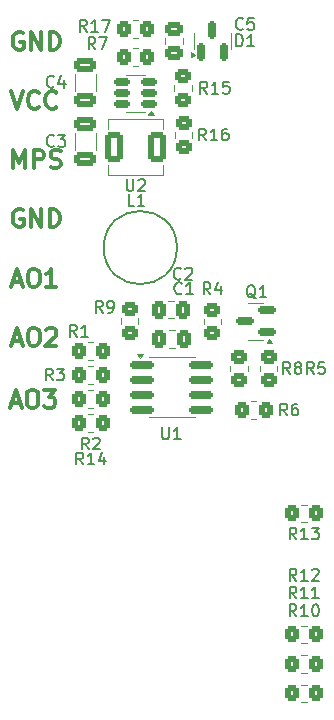
<source format=gbr>
%TF.GenerationSoftware,KiCad,Pcbnew,9.0.0*%
%TF.CreationDate,2025-03-13T19:38:56+01:00*%
%TF.ProjectId,RoomUnit_MQTT_PCB,526f6f6d-556e-4697-945f-4d5154545f50,rev?*%
%TF.SameCoordinates,Original*%
%TF.FileFunction,Legend,Top*%
%TF.FilePolarity,Positive*%
%FSLAX46Y46*%
G04 Gerber Fmt 4.6, Leading zero omitted, Abs format (unit mm)*
G04 Created by KiCad (PCBNEW 9.0.0) date 2025-03-13 19:38:56*
%MOMM*%
%LPD*%
G01*
G04 APERTURE LIST*
G04 Aperture macros list*
%AMRoundRect*
0 Rectangle with rounded corners*
0 $1 Rounding radius*
0 $2 $3 $4 $5 $6 $7 $8 $9 X,Y pos of 4 corners*
0 Add a 4 corners polygon primitive as box body*
4,1,4,$2,$3,$4,$5,$6,$7,$8,$9,$2,$3,0*
0 Add four circle primitives for the rounded corners*
1,1,$1+$1,$2,$3*
1,1,$1+$1,$4,$5*
1,1,$1+$1,$6,$7*
1,1,$1+$1,$8,$9*
0 Add four rect primitives between the rounded corners*
20,1,$1+$1,$2,$3,$4,$5,0*
20,1,$1+$1,$4,$5,$6,$7,0*
20,1,$1+$1,$6,$7,$8,$9,0*
20,1,$1+$1,$8,$9,$2,$3,0*%
G04 Aperture macros list end*
%ADD10C,0.150000*%
%ADD11C,0.300000*%
%ADD12C,0.120000*%
%ADD13RoundRect,0.250000X-0.350000X-0.450000X0.350000X-0.450000X0.350000X0.450000X-0.350000X0.450000X0*%
%ADD14O,4.000000X1.524000*%
%ADD15RoundRect,0.250000X-0.450000X0.350000X-0.450000X-0.350000X0.450000X-0.350000X0.450000X0.350000X0*%
%ADD16RoundRect,0.250000X0.450000X-0.350000X0.450000X0.350000X-0.450000X0.350000X-0.450000X-0.350000X0*%
%ADD17RoundRect,0.250000X-0.650000X0.325000X-0.650000X-0.325000X0.650000X-0.325000X0.650000X0.325000X0*%
%ADD18RoundRect,0.250000X-0.475000X0.337500X-0.475000X-0.337500X0.475000X-0.337500X0.475000X0.337500X0*%
%ADD19RoundRect,0.250001X-0.499999X-0.999999X0.499999X-0.999999X0.499999X0.999999X-0.499999X0.999999X0*%
%ADD20RoundRect,0.150000X0.512500X0.150000X-0.512500X0.150000X-0.512500X-0.150000X0.512500X-0.150000X0*%
%ADD21C,3.500000*%
%ADD22RoundRect,0.250000X0.350000X0.450000X-0.350000X0.450000X-0.350000X-0.450000X0.350000X-0.450000X0*%
%ADD23RoundRect,0.250000X0.650000X-0.325000X0.650000X0.325000X-0.650000X0.325000X-0.650000X-0.325000X0*%
%ADD24RoundRect,0.250000X0.337500X0.475000X-0.337500X0.475000X-0.337500X-0.475000X0.337500X-0.475000X0*%
%ADD25RoundRect,0.150000X0.587500X0.150000X-0.587500X0.150000X-0.587500X-0.150000X0.587500X-0.150000X0*%
%ADD26RoundRect,0.150000X-0.825000X-0.150000X0.825000X-0.150000X0.825000X0.150000X-0.825000X0.150000X0*%
%ADD27RoundRect,0.150000X0.150000X-0.587500X0.150000X0.587500X-0.150000X0.587500X-0.150000X-0.587500X0*%
G04 APERTURE END LIST*
D10*
X169750000Y-60250000D02*
G75*
G02*
X163550000Y-60250000I-3100000J0D01*
G01*
X163550000Y-60250000D02*
G75*
G02*
X169750000Y-60250000I3100000J0D01*
G01*
X159231333Y-71498819D02*
X158898000Y-71022628D01*
X158659905Y-71498819D02*
X158659905Y-70498819D01*
X158659905Y-70498819D02*
X159040857Y-70498819D01*
X159040857Y-70498819D02*
X159136095Y-70546438D01*
X159136095Y-70546438D02*
X159183714Y-70594057D01*
X159183714Y-70594057D02*
X159231333Y-70689295D01*
X159231333Y-70689295D02*
X159231333Y-70832152D01*
X159231333Y-70832152D02*
X159183714Y-70927390D01*
X159183714Y-70927390D02*
X159136095Y-70975009D01*
X159136095Y-70975009D02*
X159040857Y-71022628D01*
X159040857Y-71022628D02*
X158659905Y-71022628D01*
X159564667Y-70498819D02*
X160183714Y-70498819D01*
X160183714Y-70498819D02*
X159850381Y-70879771D01*
X159850381Y-70879771D02*
X159993238Y-70879771D01*
X159993238Y-70879771D02*
X160088476Y-70927390D01*
X160088476Y-70927390D02*
X160136095Y-70975009D01*
X160136095Y-70975009D02*
X160183714Y-71070247D01*
X160183714Y-71070247D02*
X160183714Y-71308342D01*
X160183714Y-71308342D02*
X160136095Y-71403580D01*
X160136095Y-71403580D02*
X160088476Y-71451200D01*
X160088476Y-71451200D02*
X159993238Y-71498819D01*
X159993238Y-71498819D02*
X159707524Y-71498819D01*
X159707524Y-71498819D02*
X159612286Y-71451200D01*
X159612286Y-71451200D02*
X159564667Y-71403580D01*
X172307142Y-47204819D02*
X171973809Y-46728628D01*
X171735714Y-47204819D02*
X171735714Y-46204819D01*
X171735714Y-46204819D02*
X172116666Y-46204819D01*
X172116666Y-46204819D02*
X172211904Y-46252438D01*
X172211904Y-46252438D02*
X172259523Y-46300057D01*
X172259523Y-46300057D02*
X172307142Y-46395295D01*
X172307142Y-46395295D02*
X172307142Y-46538152D01*
X172307142Y-46538152D02*
X172259523Y-46633390D01*
X172259523Y-46633390D02*
X172211904Y-46681009D01*
X172211904Y-46681009D02*
X172116666Y-46728628D01*
X172116666Y-46728628D02*
X171735714Y-46728628D01*
X173259523Y-47204819D02*
X172688095Y-47204819D01*
X172973809Y-47204819D02*
X172973809Y-46204819D01*
X172973809Y-46204819D02*
X172878571Y-46347676D01*
X172878571Y-46347676D02*
X172783333Y-46442914D01*
X172783333Y-46442914D02*
X172688095Y-46490533D01*
X174164285Y-46204819D02*
X173688095Y-46204819D01*
X173688095Y-46204819D02*
X173640476Y-46681009D01*
X173640476Y-46681009D02*
X173688095Y-46633390D01*
X173688095Y-46633390D02*
X173783333Y-46585771D01*
X173783333Y-46585771D02*
X174021428Y-46585771D01*
X174021428Y-46585771D02*
X174116666Y-46633390D01*
X174116666Y-46633390D02*
X174164285Y-46681009D01*
X174164285Y-46681009D02*
X174211904Y-46776247D01*
X174211904Y-46776247D02*
X174211904Y-47014342D01*
X174211904Y-47014342D02*
X174164285Y-47109580D01*
X174164285Y-47109580D02*
X174116666Y-47157200D01*
X174116666Y-47157200D02*
X174021428Y-47204819D01*
X174021428Y-47204819D02*
X173783333Y-47204819D01*
X173783333Y-47204819D02*
X173688095Y-47157200D01*
X173688095Y-47157200D02*
X173640476Y-47109580D01*
X163447733Y-65758419D02*
X163114400Y-65282228D01*
X162876305Y-65758419D02*
X162876305Y-64758419D01*
X162876305Y-64758419D02*
X163257257Y-64758419D01*
X163257257Y-64758419D02*
X163352495Y-64806038D01*
X163352495Y-64806038D02*
X163400114Y-64853657D01*
X163400114Y-64853657D02*
X163447733Y-64948895D01*
X163447733Y-64948895D02*
X163447733Y-65091752D01*
X163447733Y-65091752D02*
X163400114Y-65186990D01*
X163400114Y-65186990D02*
X163352495Y-65234609D01*
X163352495Y-65234609D02*
X163257257Y-65282228D01*
X163257257Y-65282228D02*
X162876305Y-65282228D01*
X163923924Y-65758419D02*
X164114400Y-65758419D01*
X164114400Y-65758419D02*
X164209638Y-65710800D01*
X164209638Y-65710800D02*
X164257257Y-65663180D01*
X164257257Y-65663180D02*
X164352495Y-65520323D01*
X164352495Y-65520323D02*
X164400114Y-65329847D01*
X164400114Y-65329847D02*
X164400114Y-64948895D01*
X164400114Y-64948895D02*
X164352495Y-64853657D01*
X164352495Y-64853657D02*
X164304876Y-64806038D01*
X164304876Y-64806038D02*
X164209638Y-64758419D01*
X164209638Y-64758419D02*
X164019162Y-64758419D01*
X164019162Y-64758419D02*
X163923924Y-64806038D01*
X163923924Y-64806038D02*
X163876305Y-64853657D01*
X163876305Y-64853657D02*
X163828686Y-64948895D01*
X163828686Y-64948895D02*
X163828686Y-65186990D01*
X163828686Y-65186990D02*
X163876305Y-65282228D01*
X163876305Y-65282228D02*
X163923924Y-65329847D01*
X163923924Y-65329847D02*
X164019162Y-65377466D01*
X164019162Y-65377466D02*
X164209638Y-65377466D01*
X164209638Y-65377466D02*
X164304876Y-65329847D01*
X164304876Y-65329847D02*
X164352495Y-65282228D01*
X164352495Y-65282228D02*
X164400114Y-65186990D01*
X159333333Y-51609580D02*
X159285714Y-51657200D01*
X159285714Y-51657200D02*
X159142857Y-51704819D01*
X159142857Y-51704819D02*
X159047619Y-51704819D01*
X159047619Y-51704819D02*
X158904762Y-51657200D01*
X158904762Y-51657200D02*
X158809524Y-51561961D01*
X158809524Y-51561961D02*
X158761905Y-51466723D01*
X158761905Y-51466723D02*
X158714286Y-51276247D01*
X158714286Y-51276247D02*
X158714286Y-51133390D01*
X158714286Y-51133390D02*
X158761905Y-50942914D01*
X158761905Y-50942914D02*
X158809524Y-50847676D01*
X158809524Y-50847676D02*
X158904762Y-50752438D01*
X158904762Y-50752438D02*
X159047619Y-50704819D01*
X159047619Y-50704819D02*
X159142857Y-50704819D01*
X159142857Y-50704819D02*
X159285714Y-50752438D01*
X159285714Y-50752438D02*
X159333333Y-50800057D01*
X159666667Y-50704819D02*
X160285714Y-50704819D01*
X160285714Y-50704819D02*
X159952381Y-51085771D01*
X159952381Y-51085771D02*
X160095238Y-51085771D01*
X160095238Y-51085771D02*
X160190476Y-51133390D01*
X160190476Y-51133390D02*
X160238095Y-51181009D01*
X160238095Y-51181009D02*
X160285714Y-51276247D01*
X160285714Y-51276247D02*
X160285714Y-51514342D01*
X160285714Y-51514342D02*
X160238095Y-51609580D01*
X160238095Y-51609580D02*
X160190476Y-51657200D01*
X160190476Y-51657200D02*
X160095238Y-51704819D01*
X160095238Y-51704819D02*
X159809524Y-51704819D01*
X159809524Y-51704819D02*
X159714286Y-51657200D01*
X159714286Y-51657200D02*
X159666667Y-51609580D01*
X179333333Y-70954819D02*
X179000000Y-70478628D01*
X178761905Y-70954819D02*
X178761905Y-69954819D01*
X178761905Y-69954819D02*
X179142857Y-69954819D01*
X179142857Y-69954819D02*
X179238095Y-70002438D01*
X179238095Y-70002438D02*
X179285714Y-70050057D01*
X179285714Y-70050057D02*
X179333333Y-70145295D01*
X179333333Y-70145295D02*
X179333333Y-70288152D01*
X179333333Y-70288152D02*
X179285714Y-70383390D01*
X179285714Y-70383390D02*
X179238095Y-70431009D01*
X179238095Y-70431009D02*
X179142857Y-70478628D01*
X179142857Y-70478628D02*
X178761905Y-70478628D01*
X179904762Y-70383390D02*
X179809524Y-70335771D01*
X179809524Y-70335771D02*
X179761905Y-70288152D01*
X179761905Y-70288152D02*
X179714286Y-70192914D01*
X179714286Y-70192914D02*
X179714286Y-70145295D01*
X179714286Y-70145295D02*
X179761905Y-70050057D01*
X179761905Y-70050057D02*
X179809524Y-70002438D01*
X179809524Y-70002438D02*
X179904762Y-69954819D01*
X179904762Y-69954819D02*
X180095238Y-69954819D01*
X180095238Y-69954819D02*
X180190476Y-70002438D01*
X180190476Y-70002438D02*
X180238095Y-70050057D01*
X180238095Y-70050057D02*
X180285714Y-70145295D01*
X180285714Y-70145295D02*
X180285714Y-70192914D01*
X180285714Y-70192914D02*
X180238095Y-70288152D01*
X180238095Y-70288152D02*
X180190476Y-70335771D01*
X180190476Y-70335771D02*
X180095238Y-70383390D01*
X180095238Y-70383390D02*
X179904762Y-70383390D01*
X179904762Y-70383390D02*
X179809524Y-70431009D01*
X179809524Y-70431009D02*
X179761905Y-70478628D01*
X179761905Y-70478628D02*
X179714286Y-70573866D01*
X179714286Y-70573866D02*
X179714286Y-70764342D01*
X179714286Y-70764342D02*
X179761905Y-70859580D01*
X179761905Y-70859580D02*
X179809524Y-70907200D01*
X179809524Y-70907200D02*
X179904762Y-70954819D01*
X179904762Y-70954819D02*
X180095238Y-70954819D01*
X180095238Y-70954819D02*
X180190476Y-70907200D01*
X180190476Y-70907200D02*
X180238095Y-70859580D01*
X180238095Y-70859580D02*
X180285714Y-70764342D01*
X180285714Y-70764342D02*
X180285714Y-70573866D01*
X180285714Y-70573866D02*
X180238095Y-70478628D01*
X180238095Y-70478628D02*
X180190476Y-70431009D01*
X180190476Y-70431009D02*
X180095238Y-70383390D01*
X162107142Y-41954819D02*
X161773809Y-41478628D01*
X161535714Y-41954819D02*
X161535714Y-40954819D01*
X161535714Y-40954819D02*
X161916666Y-40954819D01*
X161916666Y-40954819D02*
X162011904Y-41002438D01*
X162011904Y-41002438D02*
X162059523Y-41050057D01*
X162059523Y-41050057D02*
X162107142Y-41145295D01*
X162107142Y-41145295D02*
X162107142Y-41288152D01*
X162107142Y-41288152D02*
X162059523Y-41383390D01*
X162059523Y-41383390D02*
X162011904Y-41431009D01*
X162011904Y-41431009D02*
X161916666Y-41478628D01*
X161916666Y-41478628D02*
X161535714Y-41478628D01*
X163059523Y-41954819D02*
X162488095Y-41954819D01*
X162773809Y-41954819D02*
X162773809Y-40954819D01*
X162773809Y-40954819D02*
X162678571Y-41097676D01*
X162678571Y-41097676D02*
X162583333Y-41192914D01*
X162583333Y-41192914D02*
X162488095Y-41240533D01*
X163392857Y-40954819D02*
X164059523Y-40954819D01*
X164059523Y-40954819D02*
X163630952Y-41954819D01*
X172209142Y-51178819D02*
X171875809Y-50702628D01*
X171637714Y-51178819D02*
X171637714Y-50178819D01*
X171637714Y-50178819D02*
X172018666Y-50178819D01*
X172018666Y-50178819D02*
X172113904Y-50226438D01*
X172113904Y-50226438D02*
X172161523Y-50274057D01*
X172161523Y-50274057D02*
X172209142Y-50369295D01*
X172209142Y-50369295D02*
X172209142Y-50512152D01*
X172209142Y-50512152D02*
X172161523Y-50607390D01*
X172161523Y-50607390D02*
X172113904Y-50655009D01*
X172113904Y-50655009D02*
X172018666Y-50702628D01*
X172018666Y-50702628D02*
X171637714Y-50702628D01*
X173161523Y-51178819D02*
X172590095Y-51178819D01*
X172875809Y-51178819D02*
X172875809Y-50178819D01*
X172875809Y-50178819D02*
X172780571Y-50321676D01*
X172780571Y-50321676D02*
X172685333Y-50416914D01*
X172685333Y-50416914D02*
X172590095Y-50464533D01*
X174018666Y-50178819D02*
X173828190Y-50178819D01*
X173828190Y-50178819D02*
X173732952Y-50226438D01*
X173732952Y-50226438D02*
X173685333Y-50274057D01*
X173685333Y-50274057D02*
X173590095Y-50416914D01*
X173590095Y-50416914D02*
X173542476Y-50607390D01*
X173542476Y-50607390D02*
X173542476Y-50988342D01*
X173542476Y-50988342D02*
X173590095Y-51083580D01*
X173590095Y-51083580D02*
X173637714Y-51131200D01*
X173637714Y-51131200D02*
X173732952Y-51178819D01*
X173732952Y-51178819D02*
X173923428Y-51178819D01*
X173923428Y-51178819D02*
X174018666Y-51131200D01*
X174018666Y-51131200D02*
X174066285Y-51083580D01*
X174066285Y-51083580D02*
X174113904Y-50988342D01*
X174113904Y-50988342D02*
X174113904Y-50750247D01*
X174113904Y-50750247D02*
X174066285Y-50655009D01*
X174066285Y-50655009D02*
X174018666Y-50607390D01*
X174018666Y-50607390D02*
X173923428Y-50559771D01*
X173923428Y-50559771D02*
X173732952Y-50559771D01*
X173732952Y-50559771D02*
X173637714Y-50607390D01*
X173637714Y-50607390D02*
X173590095Y-50655009D01*
X173590095Y-50655009D02*
X173542476Y-50750247D01*
X181333333Y-70954819D02*
X181000000Y-70478628D01*
X180761905Y-70954819D02*
X180761905Y-69954819D01*
X180761905Y-69954819D02*
X181142857Y-69954819D01*
X181142857Y-69954819D02*
X181238095Y-70002438D01*
X181238095Y-70002438D02*
X181285714Y-70050057D01*
X181285714Y-70050057D02*
X181333333Y-70145295D01*
X181333333Y-70145295D02*
X181333333Y-70288152D01*
X181333333Y-70288152D02*
X181285714Y-70383390D01*
X181285714Y-70383390D02*
X181238095Y-70431009D01*
X181238095Y-70431009D02*
X181142857Y-70478628D01*
X181142857Y-70478628D02*
X180761905Y-70478628D01*
X182238095Y-69954819D02*
X181761905Y-69954819D01*
X181761905Y-69954819D02*
X181714286Y-70431009D01*
X181714286Y-70431009D02*
X181761905Y-70383390D01*
X181761905Y-70383390D02*
X181857143Y-70335771D01*
X181857143Y-70335771D02*
X182095238Y-70335771D01*
X182095238Y-70335771D02*
X182190476Y-70383390D01*
X182190476Y-70383390D02*
X182238095Y-70431009D01*
X182238095Y-70431009D02*
X182285714Y-70526247D01*
X182285714Y-70526247D02*
X182285714Y-70764342D01*
X182285714Y-70764342D02*
X182238095Y-70859580D01*
X182238095Y-70859580D02*
X182190476Y-70907200D01*
X182190476Y-70907200D02*
X182095238Y-70954819D01*
X182095238Y-70954819D02*
X181857143Y-70954819D01*
X181857143Y-70954819D02*
X181761905Y-70907200D01*
X181761905Y-70907200D02*
X181714286Y-70859580D01*
X172583333Y-64204819D02*
X172250000Y-63728628D01*
X172011905Y-64204819D02*
X172011905Y-63204819D01*
X172011905Y-63204819D02*
X172392857Y-63204819D01*
X172392857Y-63204819D02*
X172488095Y-63252438D01*
X172488095Y-63252438D02*
X172535714Y-63300057D01*
X172535714Y-63300057D02*
X172583333Y-63395295D01*
X172583333Y-63395295D02*
X172583333Y-63538152D01*
X172583333Y-63538152D02*
X172535714Y-63633390D01*
X172535714Y-63633390D02*
X172488095Y-63681009D01*
X172488095Y-63681009D02*
X172392857Y-63728628D01*
X172392857Y-63728628D02*
X172011905Y-63728628D01*
X173440476Y-63538152D02*
X173440476Y-64204819D01*
X173202381Y-63157200D02*
X172964286Y-63871485D01*
X172964286Y-63871485D02*
X173583333Y-63871485D01*
X175333333Y-41709580D02*
X175285714Y-41757200D01*
X175285714Y-41757200D02*
X175142857Y-41804819D01*
X175142857Y-41804819D02*
X175047619Y-41804819D01*
X175047619Y-41804819D02*
X174904762Y-41757200D01*
X174904762Y-41757200D02*
X174809524Y-41661961D01*
X174809524Y-41661961D02*
X174761905Y-41566723D01*
X174761905Y-41566723D02*
X174714286Y-41376247D01*
X174714286Y-41376247D02*
X174714286Y-41233390D01*
X174714286Y-41233390D02*
X174761905Y-41042914D01*
X174761905Y-41042914D02*
X174809524Y-40947676D01*
X174809524Y-40947676D02*
X174904762Y-40852438D01*
X174904762Y-40852438D02*
X175047619Y-40804819D01*
X175047619Y-40804819D02*
X175142857Y-40804819D01*
X175142857Y-40804819D02*
X175285714Y-40852438D01*
X175285714Y-40852438D02*
X175333333Y-40900057D01*
X176238095Y-40804819D02*
X175761905Y-40804819D01*
X175761905Y-40804819D02*
X175714286Y-41281009D01*
X175714286Y-41281009D02*
X175761905Y-41233390D01*
X175761905Y-41233390D02*
X175857143Y-41185771D01*
X175857143Y-41185771D02*
X176095238Y-41185771D01*
X176095238Y-41185771D02*
X176190476Y-41233390D01*
X176190476Y-41233390D02*
X176238095Y-41281009D01*
X176238095Y-41281009D02*
X176285714Y-41376247D01*
X176285714Y-41376247D02*
X176285714Y-41614342D01*
X176285714Y-41614342D02*
X176238095Y-41709580D01*
X176238095Y-41709580D02*
X176190476Y-41757200D01*
X176190476Y-41757200D02*
X176095238Y-41804819D01*
X176095238Y-41804819D02*
X175857143Y-41804819D01*
X175857143Y-41804819D02*
X175761905Y-41757200D01*
X175761905Y-41757200D02*
X175714286Y-41709580D01*
X166132133Y-56704819D02*
X165655943Y-56704819D01*
X165655943Y-56704819D02*
X165655943Y-55704819D01*
X166989276Y-56704819D02*
X166417848Y-56704819D01*
X166703562Y-56704819D02*
X166703562Y-55704819D01*
X166703562Y-55704819D02*
X166608324Y-55847676D01*
X166608324Y-55847676D02*
X166513086Y-55942914D01*
X166513086Y-55942914D02*
X166417848Y-55990533D01*
X165488095Y-54454819D02*
X165488095Y-55264342D01*
X165488095Y-55264342D02*
X165535714Y-55359580D01*
X165535714Y-55359580D02*
X165583333Y-55407200D01*
X165583333Y-55407200D02*
X165678571Y-55454819D01*
X165678571Y-55454819D02*
X165869047Y-55454819D01*
X165869047Y-55454819D02*
X165964285Y-55407200D01*
X165964285Y-55407200D02*
X166011904Y-55359580D01*
X166011904Y-55359580D02*
X166059523Y-55264342D01*
X166059523Y-55264342D02*
X166059523Y-54454819D01*
X166488095Y-54550057D02*
X166535714Y-54502438D01*
X166535714Y-54502438D02*
X166630952Y-54454819D01*
X166630952Y-54454819D02*
X166869047Y-54454819D01*
X166869047Y-54454819D02*
X166964285Y-54502438D01*
X166964285Y-54502438D02*
X167011904Y-54550057D01*
X167011904Y-54550057D02*
X167059523Y-54645295D01*
X167059523Y-54645295D02*
X167059523Y-54740533D01*
X167059523Y-54740533D02*
X167011904Y-54883390D01*
X167011904Y-54883390D02*
X166440476Y-55454819D01*
X166440476Y-55454819D02*
X167059523Y-55454819D01*
D11*
X155904510Y-53500828D02*
X155904510Y-52000828D01*
X155904510Y-52000828D02*
X156404510Y-53072257D01*
X156404510Y-53072257D02*
X156904510Y-52000828D01*
X156904510Y-52000828D02*
X156904510Y-53500828D01*
X157618796Y-53500828D02*
X157618796Y-52000828D01*
X157618796Y-52000828D02*
X158190225Y-52000828D01*
X158190225Y-52000828D02*
X158333082Y-52072257D01*
X158333082Y-52072257D02*
X158404511Y-52143685D01*
X158404511Y-52143685D02*
X158475939Y-52286542D01*
X158475939Y-52286542D02*
X158475939Y-52500828D01*
X158475939Y-52500828D02*
X158404511Y-52643685D01*
X158404511Y-52643685D02*
X158333082Y-52715114D01*
X158333082Y-52715114D02*
X158190225Y-52786542D01*
X158190225Y-52786542D02*
X157618796Y-52786542D01*
X159047368Y-53429400D02*
X159261654Y-53500828D01*
X159261654Y-53500828D02*
X159618796Y-53500828D01*
X159618796Y-53500828D02*
X159761654Y-53429400D01*
X159761654Y-53429400D02*
X159833082Y-53357971D01*
X159833082Y-53357971D02*
X159904511Y-53215114D01*
X159904511Y-53215114D02*
X159904511Y-53072257D01*
X159904511Y-53072257D02*
X159833082Y-52929400D01*
X159833082Y-52929400D02*
X159761654Y-52857971D01*
X159761654Y-52857971D02*
X159618796Y-52786542D01*
X159618796Y-52786542D02*
X159333082Y-52715114D01*
X159333082Y-52715114D02*
X159190225Y-52643685D01*
X159190225Y-52643685D02*
X159118796Y-52572257D01*
X159118796Y-52572257D02*
X159047368Y-52429400D01*
X159047368Y-52429400D02*
X159047368Y-52286542D01*
X159047368Y-52286542D02*
X159118796Y-52143685D01*
X159118796Y-52143685D02*
X159190225Y-52072257D01*
X159190225Y-52072257D02*
X159333082Y-52000828D01*
X159333082Y-52000828D02*
X159690225Y-52000828D01*
X159690225Y-52000828D02*
X159904511Y-52072257D01*
X156690225Y-57072257D02*
X156547368Y-57000828D01*
X156547368Y-57000828D02*
X156333082Y-57000828D01*
X156333082Y-57000828D02*
X156118796Y-57072257D01*
X156118796Y-57072257D02*
X155975939Y-57215114D01*
X155975939Y-57215114D02*
X155904510Y-57357971D01*
X155904510Y-57357971D02*
X155833082Y-57643685D01*
X155833082Y-57643685D02*
X155833082Y-57857971D01*
X155833082Y-57857971D02*
X155904510Y-58143685D01*
X155904510Y-58143685D02*
X155975939Y-58286542D01*
X155975939Y-58286542D02*
X156118796Y-58429400D01*
X156118796Y-58429400D02*
X156333082Y-58500828D01*
X156333082Y-58500828D02*
X156475939Y-58500828D01*
X156475939Y-58500828D02*
X156690225Y-58429400D01*
X156690225Y-58429400D02*
X156761653Y-58357971D01*
X156761653Y-58357971D02*
X156761653Y-57857971D01*
X156761653Y-57857971D02*
X156475939Y-57857971D01*
X157404510Y-58500828D02*
X157404510Y-57000828D01*
X157404510Y-57000828D02*
X158261653Y-58500828D01*
X158261653Y-58500828D02*
X158261653Y-57000828D01*
X158975939Y-58500828D02*
X158975939Y-57000828D01*
X158975939Y-57000828D02*
X159333082Y-57000828D01*
X159333082Y-57000828D02*
X159547368Y-57072257D01*
X159547368Y-57072257D02*
X159690225Y-57215114D01*
X159690225Y-57215114D02*
X159761654Y-57357971D01*
X159761654Y-57357971D02*
X159833082Y-57643685D01*
X159833082Y-57643685D02*
X159833082Y-57857971D01*
X159833082Y-57857971D02*
X159761654Y-58143685D01*
X159761654Y-58143685D02*
X159690225Y-58286542D01*
X159690225Y-58286542D02*
X159547368Y-58429400D01*
X159547368Y-58429400D02*
X159333082Y-58500828D01*
X159333082Y-58500828D02*
X158975939Y-58500828D01*
X155833082Y-63122257D02*
X156547368Y-63122257D01*
X155690225Y-63550828D02*
X156190225Y-62050828D01*
X156190225Y-62050828D02*
X156690225Y-63550828D01*
X157475939Y-62050828D02*
X157761653Y-62050828D01*
X157761653Y-62050828D02*
X157904510Y-62122257D01*
X157904510Y-62122257D02*
X158047367Y-62265114D01*
X158047367Y-62265114D02*
X158118796Y-62550828D01*
X158118796Y-62550828D02*
X158118796Y-63050828D01*
X158118796Y-63050828D02*
X158047367Y-63336542D01*
X158047367Y-63336542D02*
X157904510Y-63479400D01*
X157904510Y-63479400D02*
X157761653Y-63550828D01*
X157761653Y-63550828D02*
X157475939Y-63550828D01*
X157475939Y-63550828D02*
X157333082Y-63479400D01*
X157333082Y-63479400D02*
X157190224Y-63336542D01*
X157190224Y-63336542D02*
X157118796Y-63050828D01*
X157118796Y-63050828D02*
X157118796Y-62550828D01*
X157118796Y-62550828D02*
X157190224Y-62265114D01*
X157190224Y-62265114D02*
X157333082Y-62122257D01*
X157333082Y-62122257D02*
X157475939Y-62050828D01*
X159547368Y-63550828D02*
X158690225Y-63550828D01*
X159118796Y-63550828D02*
X159118796Y-62050828D01*
X159118796Y-62050828D02*
X158975939Y-62265114D01*
X158975939Y-62265114D02*
X158833082Y-62407971D01*
X158833082Y-62407971D02*
X158690225Y-62479400D01*
X155690225Y-47000828D02*
X156190225Y-48500828D01*
X156190225Y-48500828D02*
X156690225Y-47000828D01*
X158047367Y-48357971D02*
X157975939Y-48429400D01*
X157975939Y-48429400D02*
X157761653Y-48500828D01*
X157761653Y-48500828D02*
X157618796Y-48500828D01*
X157618796Y-48500828D02*
X157404510Y-48429400D01*
X157404510Y-48429400D02*
X157261653Y-48286542D01*
X157261653Y-48286542D02*
X157190224Y-48143685D01*
X157190224Y-48143685D02*
X157118796Y-47857971D01*
X157118796Y-47857971D02*
X157118796Y-47643685D01*
X157118796Y-47643685D02*
X157190224Y-47357971D01*
X157190224Y-47357971D02*
X157261653Y-47215114D01*
X157261653Y-47215114D02*
X157404510Y-47072257D01*
X157404510Y-47072257D02*
X157618796Y-47000828D01*
X157618796Y-47000828D02*
X157761653Y-47000828D01*
X157761653Y-47000828D02*
X157975939Y-47072257D01*
X157975939Y-47072257D02*
X158047367Y-47143685D01*
X159547367Y-48357971D02*
X159475939Y-48429400D01*
X159475939Y-48429400D02*
X159261653Y-48500828D01*
X159261653Y-48500828D02*
X159118796Y-48500828D01*
X159118796Y-48500828D02*
X158904510Y-48429400D01*
X158904510Y-48429400D02*
X158761653Y-48286542D01*
X158761653Y-48286542D02*
X158690224Y-48143685D01*
X158690224Y-48143685D02*
X158618796Y-47857971D01*
X158618796Y-47857971D02*
X158618796Y-47643685D01*
X158618796Y-47643685D02*
X158690224Y-47357971D01*
X158690224Y-47357971D02*
X158761653Y-47215114D01*
X158761653Y-47215114D02*
X158904510Y-47072257D01*
X158904510Y-47072257D02*
X159118796Y-47000828D01*
X159118796Y-47000828D02*
X159261653Y-47000828D01*
X159261653Y-47000828D02*
X159475939Y-47072257D01*
X159475939Y-47072257D02*
X159547367Y-47143685D01*
X155733082Y-73372257D02*
X156447368Y-73372257D01*
X155590225Y-73800828D02*
X156090225Y-72300828D01*
X156090225Y-72300828D02*
X156590225Y-73800828D01*
X157375939Y-72300828D02*
X157661653Y-72300828D01*
X157661653Y-72300828D02*
X157804510Y-72372257D01*
X157804510Y-72372257D02*
X157947367Y-72515114D01*
X157947367Y-72515114D02*
X158018796Y-72800828D01*
X158018796Y-72800828D02*
X158018796Y-73300828D01*
X158018796Y-73300828D02*
X157947367Y-73586542D01*
X157947367Y-73586542D02*
X157804510Y-73729400D01*
X157804510Y-73729400D02*
X157661653Y-73800828D01*
X157661653Y-73800828D02*
X157375939Y-73800828D01*
X157375939Y-73800828D02*
X157233082Y-73729400D01*
X157233082Y-73729400D02*
X157090224Y-73586542D01*
X157090224Y-73586542D02*
X157018796Y-73300828D01*
X157018796Y-73300828D02*
X157018796Y-72800828D01*
X157018796Y-72800828D02*
X157090224Y-72515114D01*
X157090224Y-72515114D02*
X157233082Y-72372257D01*
X157233082Y-72372257D02*
X157375939Y-72300828D01*
X158518796Y-72300828D02*
X159447368Y-72300828D01*
X159447368Y-72300828D02*
X158947368Y-72872257D01*
X158947368Y-72872257D02*
X159161653Y-72872257D01*
X159161653Y-72872257D02*
X159304511Y-72943685D01*
X159304511Y-72943685D02*
X159375939Y-73015114D01*
X159375939Y-73015114D02*
X159447368Y-73157971D01*
X159447368Y-73157971D02*
X159447368Y-73515114D01*
X159447368Y-73515114D02*
X159375939Y-73657971D01*
X159375939Y-73657971D02*
X159304511Y-73729400D01*
X159304511Y-73729400D02*
X159161653Y-73800828D01*
X159161653Y-73800828D02*
X158733082Y-73800828D01*
X158733082Y-73800828D02*
X158590225Y-73729400D01*
X158590225Y-73729400D02*
X158518796Y-73657971D01*
X155833082Y-68122257D02*
X156547368Y-68122257D01*
X155690225Y-68550828D02*
X156190225Y-67050828D01*
X156190225Y-67050828D02*
X156690225Y-68550828D01*
X157475939Y-67050828D02*
X157761653Y-67050828D01*
X157761653Y-67050828D02*
X157904510Y-67122257D01*
X157904510Y-67122257D02*
X158047367Y-67265114D01*
X158047367Y-67265114D02*
X158118796Y-67550828D01*
X158118796Y-67550828D02*
X158118796Y-68050828D01*
X158118796Y-68050828D02*
X158047367Y-68336542D01*
X158047367Y-68336542D02*
X157904510Y-68479400D01*
X157904510Y-68479400D02*
X157761653Y-68550828D01*
X157761653Y-68550828D02*
X157475939Y-68550828D01*
X157475939Y-68550828D02*
X157333082Y-68479400D01*
X157333082Y-68479400D02*
X157190224Y-68336542D01*
X157190224Y-68336542D02*
X157118796Y-68050828D01*
X157118796Y-68050828D02*
X157118796Y-67550828D01*
X157118796Y-67550828D02*
X157190224Y-67265114D01*
X157190224Y-67265114D02*
X157333082Y-67122257D01*
X157333082Y-67122257D02*
X157475939Y-67050828D01*
X158690225Y-67193685D02*
X158761653Y-67122257D01*
X158761653Y-67122257D02*
X158904511Y-67050828D01*
X158904511Y-67050828D02*
X159261653Y-67050828D01*
X159261653Y-67050828D02*
X159404511Y-67122257D01*
X159404511Y-67122257D02*
X159475939Y-67193685D01*
X159475939Y-67193685D02*
X159547368Y-67336542D01*
X159547368Y-67336542D02*
X159547368Y-67479400D01*
X159547368Y-67479400D02*
X159475939Y-67693685D01*
X159475939Y-67693685D02*
X158618796Y-68550828D01*
X158618796Y-68550828D02*
X159547368Y-68550828D01*
X156690225Y-42072257D02*
X156547368Y-42000828D01*
X156547368Y-42000828D02*
X156333082Y-42000828D01*
X156333082Y-42000828D02*
X156118796Y-42072257D01*
X156118796Y-42072257D02*
X155975939Y-42215114D01*
X155975939Y-42215114D02*
X155904510Y-42357971D01*
X155904510Y-42357971D02*
X155833082Y-42643685D01*
X155833082Y-42643685D02*
X155833082Y-42857971D01*
X155833082Y-42857971D02*
X155904510Y-43143685D01*
X155904510Y-43143685D02*
X155975939Y-43286542D01*
X155975939Y-43286542D02*
X156118796Y-43429400D01*
X156118796Y-43429400D02*
X156333082Y-43500828D01*
X156333082Y-43500828D02*
X156475939Y-43500828D01*
X156475939Y-43500828D02*
X156690225Y-43429400D01*
X156690225Y-43429400D02*
X156761653Y-43357971D01*
X156761653Y-43357971D02*
X156761653Y-42857971D01*
X156761653Y-42857971D02*
X156475939Y-42857971D01*
X157404510Y-43500828D02*
X157404510Y-42000828D01*
X157404510Y-42000828D02*
X158261653Y-43500828D01*
X158261653Y-43500828D02*
X158261653Y-42000828D01*
X158975939Y-43500828D02*
X158975939Y-42000828D01*
X158975939Y-42000828D02*
X159333082Y-42000828D01*
X159333082Y-42000828D02*
X159547368Y-42072257D01*
X159547368Y-42072257D02*
X159690225Y-42215114D01*
X159690225Y-42215114D02*
X159761654Y-42357971D01*
X159761654Y-42357971D02*
X159833082Y-42643685D01*
X159833082Y-42643685D02*
X159833082Y-42857971D01*
X159833082Y-42857971D02*
X159761654Y-43143685D01*
X159761654Y-43143685D02*
X159690225Y-43286542D01*
X159690225Y-43286542D02*
X159547368Y-43429400D01*
X159547368Y-43429400D02*
X159333082Y-43500828D01*
X159333082Y-43500828D02*
X158975939Y-43500828D01*
D10*
X179857142Y-89954819D02*
X179523809Y-89478628D01*
X179285714Y-89954819D02*
X179285714Y-88954819D01*
X179285714Y-88954819D02*
X179666666Y-88954819D01*
X179666666Y-88954819D02*
X179761904Y-89002438D01*
X179761904Y-89002438D02*
X179809523Y-89050057D01*
X179809523Y-89050057D02*
X179857142Y-89145295D01*
X179857142Y-89145295D02*
X179857142Y-89288152D01*
X179857142Y-89288152D02*
X179809523Y-89383390D01*
X179809523Y-89383390D02*
X179761904Y-89431009D01*
X179761904Y-89431009D02*
X179666666Y-89478628D01*
X179666666Y-89478628D02*
X179285714Y-89478628D01*
X180809523Y-89954819D02*
X180238095Y-89954819D01*
X180523809Y-89954819D02*
X180523809Y-88954819D01*
X180523809Y-88954819D02*
X180428571Y-89097676D01*
X180428571Y-89097676D02*
X180333333Y-89192914D01*
X180333333Y-89192914D02*
X180238095Y-89240533D01*
X181761904Y-89954819D02*
X181190476Y-89954819D01*
X181476190Y-89954819D02*
X181476190Y-88954819D01*
X181476190Y-88954819D02*
X181380952Y-89097676D01*
X181380952Y-89097676D02*
X181285714Y-89192914D01*
X181285714Y-89192914D02*
X181190476Y-89240533D01*
X179857142Y-84954819D02*
X179523809Y-84478628D01*
X179285714Y-84954819D02*
X179285714Y-83954819D01*
X179285714Y-83954819D02*
X179666666Y-83954819D01*
X179666666Y-83954819D02*
X179761904Y-84002438D01*
X179761904Y-84002438D02*
X179809523Y-84050057D01*
X179809523Y-84050057D02*
X179857142Y-84145295D01*
X179857142Y-84145295D02*
X179857142Y-84288152D01*
X179857142Y-84288152D02*
X179809523Y-84383390D01*
X179809523Y-84383390D02*
X179761904Y-84431009D01*
X179761904Y-84431009D02*
X179666666Y-84478628D01*
X179666666Y-84478628D02*
X179285714Y-84478628D01*
X180809523Y-84954819D02*
X180238095Y-84954819D01*
X180523809Y-84954819D02*
X180523809Y-83954819D01*
X180523809Y-83954819D02*
X180428571Y-84097676D01*
X180428571Y-84097676D02*
X180333333Y-84192914D01*
X180333333Y-84192914D02*
X180238095Y-84240533D01*
X181142857Y-83954819D02*
X181761904Y-83954819D01*
X181761904Y-83954819D02*
X181428571Y-84335771D01*
X181428571Y-84335771D02*
X181571428Y-84335771D01*
X181571428Y-84335771D02*
X181666666Y-84383390D01*
X181666666Y-84383390D02*
X181714285Y-84431009D01*
X181714285Y-84431009D02*
X181761904Y-84526247D01*
X181761904Y-84526247D02*
X181761904Y-84764342D01*
X181761904Y-84764342D02*
X181714285Y-84859580D01*
X181714285Y-84859580D02*
X181666666Y-84907200D01*
X181666666Y-84907200D02*
X181571428Y-84954819D01*
X181571428Y-84954819D02*
X181285714Y-84954819D01*
X181285714Y-84954819D02*
X181190476Y-84907200D01*
X181190476Y-84907200D02*
X181142857Y-84859580D01*
X159333333Y-46609580D02*
X159285714Y-46657200D01*
X159285714Y-46657200D02*
X159142857Y-46704819D01*
X159142857Y-46704819D02*
X159047619Y-46704819D01*
X159047619Y-46704819D02*
X158904762Y-46657200D01*
X158904762Y-46657200D02*
X158809524Y-46561961D01*
X158809524Y-46561961D02*
X158761905Y-46466723D01*
X158761905Y-46466723D02*
X158714286Y-46276247D01*
X158714286Y-46276247D02*
X158714286Y-46133390D01*
X158714286Y-46133390D02*
X158761905Y-45942914D01*
X158761905Y-45942914D02*
X158809524Y-45847676D01*
X158809524Y-45847676D02*
X158904762Y-45752438D01*
X158904762Y-45752438D02*
X159047619Y-45704819D01*
X159047619Y-45704819D02*
X159142857Y-45704819D01*
X159142857Y-45704819D02*
X159285714Y-45752438D01*
X159285714Y-45752438D02*
X159333333Y-45800057D01*
X160190476Y-46038152D02*
X160190476Y-46704819D01*
X159952381Y-45657200D02*
X159714286Y-46371485D01*
X159714286Y-46371485D02*
X160333333Y-46371485D01*
X179083333Y-74454819D02*
X178750000Y-73978628D01*
X178511905Y-74454819D02*
X178511905Y-73454819D01*
X178511905Y-73454819D02*
X178892857Y-73454819D01*
X178892857Y-73454819D02*
X178988095Y-73502438D01*
X178988095Y-73502438D02*
X179035714Y-73550057D01*
X179035714Y-73550057D02*
X179083333Y-73645295D01*
X179083333Y-73645295D02*
X179083333Y-73788152D01*
X179083333Y-73788152D02*
X179035714Y-73883390D01*
X179035714Y-73883390D02*
X178988095Y-73931009D01*
X178988095Y-73931009D02*
X178892857Y-73978628D01*
X178892857Y-73978628D02*
X178511905Y-73978628D01*
X179940476Y-73454819D02*
X179750000Y-73454819D01*
X179750000Y-73454819D02*
X179654762Y-73502438D01*
X179654762Y-73502438D02*
X179607143Y-73550057D01*
X179607143Y-73550057D02*
X179511905Y-73692914D01*
X179511905Y-73692914D02*
X179464286Y-73883390D01*
X179464286Y-73883390D02*
X179464286Y-74264342D01*
X179464286Y-74264342D02*
X179511905Y-74359580D01*
X179511905Y-74359580D02*
X179559524Y-74407200D01*
X179559524Y-74407200D02*
X179654762Y-74454819D01*
X179654762Y-74454819D02*
X179845238Y-74454819D01*
X179845238Y-74454819D02*
X179940476Y-74407200D01*
X179940476Y-74407200D02*
X179988095Y-74359580D01*
X179988095Y-74359580D02*
X180035714Y-74264342D01*
X180035714Y-74264342D02*
X180035714Y-74026247D01*
X180035714Y-74026247D02*
X179988095Y-73931009D01*
X179988095Y-73931009D02*
X179940476Y-73883390D01*
X179940476Y-73883390D02*
X179845238Y-73835771D01*
X179845238Y-73835771D02*
X179654762Y-73835771D01*
X179654762Y-73835771D02*
X179559524Y-73883390D01*
X179559524Y-73883390D02*
X179511905Y-73931009D01*
X179511905Y-73931009D02*
X179464286Y-74026247D01*
X179857142Y-88454819D02*
X179523809Y-87978628D01*
X179285714Y-88454819D02*
X179285714Y-87454819D01*
X179285714Y-87454819D02*
X179666666Y-87454819D01*
X179666666Y-87454819D02*
X179761904Y-87502438D01*
X179761904Y-87502438D02*
X179809523Y-87550057D01*
X179809523Y-87550057D02*
X179857142Y-87645295D01*
X179857142Y-87645295D02*
X179857142Y-87788152D01*
X179857142Y-87788152D02*
X179809523Y-87883390D01*
X179809523Y-87883390D02*
X179761904Y-87931009D01*
X179761904Y-87931009D02*
X179666666Y-87978628D01*
X179666666Y-87978628D02*
X179285714Y-87978628D01*
X180809523Y-88454819D02*
X180238095Y-88454819D01*
X180523809Y-88454819D02*
X180523809Y-87454819D01*
X180523809Y-87454819D02*
X180428571Y-87597676D01*
X180428571Y-87597676D02*
X180333333Y-87692914D01*
X180333333Y-87692914D02*
X180238095Y-87740533D01*
X181190476Y-87550057D02*
X181238095Y-87502438D01*
X181238095Y-87502438D02*
X181333333Y-87454819D01*
X181333333Y-87454819D02*
X181571428Y-87454819D01*
X181571428Y-87454819D02*
X181666666Y-87502438D01*
X181666666Y-87502438D02*
X181714285Y-87550057D01*
X181714285Y-87550057D02*
X181761904Y-87645295D01*
X181761904Y-87645295D02*
X181761904Y-87740533D01*
X181761904Y-87740533D02*
X181714285Y-87883390D01*
X181714285Y-87883390D02*
X181142857Y-88454819D01*
X181142857Y-88454819D02*
X181761904Y-88454819D01*
X161803142Y-78610819D02*
X161469809Y-78134628D01*
X161231714Y-78610819D02*
X161231714Y-77610819D01*
X161231714Y-77610819D02*
X161612666Y-77610819D01*
X161612666Y-77610819D02*
X161707904Y-77658438D01*
X161707904Y-77658438D02*
X161755523Y-77706057D01*
X161755523Y-77706057D02*
X161803142Y-77801295D01*
X161803142Y-77801295D02*
X161803142Y-77944152D01*
X161803142Y-77944152D02*
X161755523Y-78039390D01*
X161755523Y-78039390D02*
X161707904Y-78087009D01*
X161707904Y-78087009D02*
X161612666Y-78134628D01*
X161612666Y-78134628D02*
X161231714Y-78134628D01*
X162755523Y-78610819D02*
X162184095Y-78610819D01*
X162469809Y-78610819D02*
X162469809Y-77610819D01*
X162469809Y-77610819D02*
X162374571Y-77753676D01*
X162374571Y-77753676D02*
X162279333Y-77848914D01*
X162279333Y-77848914D02*
X162184095Y-77896533D01*
X163612666Y-77944152D02*
X163612666Y-78610819D01*
X163374571Y-77563200D02*
X163136476Y-78277485D01*
X163136476Y-78277485D02*
X163755523Y-78277485D01*
X170153333Y-64109580D02*
X170105714Y-64157200D01*
X170105714Y-64157200D02*
X169962857Y-64204819D01*
X169962857Y-64204819D02*
X169867619Y-64204819D01*
X169867619Y-64204819D02*
X169724762Y-64157200D01*
X169724762Y-64157200D02*
X169629524Y-64061961D01*
X169629524Y-64061961D02*
X169581905Y-63966723D01*
X169581905Y-63966723D02*
X169534286Y-63776247D01*
X169534286Y-63776247D02*
X169534286Y-63633390D01*
X169534286Y-63633390D02*
X169581905Y-63442914D01*
X169581905Y-63442914D02*
X169629524Y-63347676D01*
X169629524Y-63347676D02*
X169724762Y-63252438D01*
X169724762Y-63252438D02*
X169867619Y-63204819D01*
X169867619Y-63204819D02*
X169962857Y-63204819D01*
X169962857Y-63204819D02*
X170105714Y-63252438D01*
X170105714Y-63252438D02*
X170153333Y-63300057D01*
X171105714Y-64204819D02*
X170534286Y-64204819D01*
X170820000Y-64204819D02*
X170820000Y-63204819D01*
X170820000Y-63204819D02*
X170724762Y-63347676D01*
X170724762Y-63347676D02*
X170629524Y-63442914D01*
X170629524Y-63442914D02*
X170534286Y-63490533D01*
X176404761Y-64550057D02*
X176309523Y-64502438D01*
X176309523Y-64502438D02*
X176214285Y-64407200D01*
X176214285Y-64407200D02*
X176071428Y-64264342D01*
X176071428Y-64264342D02*
X175976190Y-64216723D01*
X175976190Y-64216723D02*
X175880952Y-64216723D01*
X175928571Y-64454819D02*
X175833333Y-64407200D01*
X175833333Y-64407200D02*
X175738095Y-64311961D01*
X175738095Y-64311961D02*
X175690476Y-64121485D01*
X175690476Y-64121485D02*
X175690476Y-63788152D01*
X175690476Y-63788152D02*
X175738095Y-63597676D01*
X175738095Y-63597676D02*
X175833333Y-63502438D01*
X175833333Y-63502438D02*
X175928571Y-63454819D01*
X175928571Y-63454819D02*
X176119047Y-63454819D01*
X176119047Y-63454819D02*
X176214285Y-63502438D01*
X176214285Y-63502438D02*
X176309523Y-63597676D01*
X176309523Y-63597676D02*
X176357142Y-63788152D01*
X176357142Y-63788152D02*
X176357142Y-64121485D01*
X176357142Y-64121485D02*
X176309523Y-64311961D01*
X176309523Y-64311961D02*
X176214285Y-64407200D01*
X176214285Y-64407200D02*
X176119047Y-64454819D01*
X176119047Y-64454819D02*
X175928571Y-64454819D01*
X177309523Y-64454819D02*
X176738095Y-64454819D01*
X177023809Y-64454819D02*
X177023809Y-63454819D01*
X177023809Y-63454819D02*
X176928571Y-63597676D01*
X176928571Y-63597676D02*
X176833333Y-63692914D01*
X176833333Y-63692914D02*
X176738095Y-63740533D01*
X168491295Y-75477219D02*
X168491295Y-76286742D01*
X168491295Y-76286742D02*
X168538914Y-76381980D01*
X168538914Y-76381980D02*
X168586533Y-76429600D01*
X168586533Y-76429600D02*
X168681771Y-76477219D01*
X168681771Y-76477219D02*
X168872247Y-76477219D01*
X168872247Y-76477219D02*
X168967485Y-76429600D01*
X168967485Y-76429600D02*
X169015104Y-76381980D01*
X169015104Y-76381980D02*
X169062723Y-76286742D01*
X169062723Y-76286742D02*
X169062723Y-75477219D01*
X170062723Y-76477219D02*
X169491295Y-76477219D01*
X169777009Y-76477219D02*
X169777009Y-75477219D01*
X169777009Y-75477219D02*
X169681771Y-75620076D01*
X169681771Y-75620076D02*
X169586533Y-75715314D01*
X169586533Y-75715314D02*
X169491295Y-75762933D01*
X170083333Y-62859580D02*
X170035714Y-62907200D01*
X170035714Y-62907200D02*
X169892857Y-62954819D01*
X169892857Y-62954819D02*
X169797619Y-62954819D01*
X169797619Y-62954819D02*
X169654762Y-62907200D01*
X169654762Y-62907200D02*
X169559524Y-62811961D01*
X169559524Y-62811961D02*
X169511905Y-62716723D01*
X169511905Y-62716723D02*
X169464286Y-62526247D01*
X169464286Y-62526247D02*
X169464286Y-62383390D01*
X169464286Y-62383390D02*
X169511905Y-62192914D01*
X169511905Y-62192914D02*
X169559524Y-62097676D01*
X169559524Y-62097676D02*
X169654762Y-62002438D01*
X169654762Y-62002438D02*
X169797619Y-61954819D01*
X169797619Y-61954819D02*
X169892857Y-61954819D01*
X169892857Y-61954819D02*
X170035714Y-62002438D01*
X170035714Y-62002438D02*
X170083333Y-62050057D01*
X170464286Y-62050057D02*
X170511905Y-62002438D01*
X170511905Y-62002438D02*
X170607143Y-61954819D01*
X170607143Y-61954819D02*
X170845238Y-61954819D01*
X170845238Y-61954819D02*
X170940476Y-62002438D01*
X170940476Y-62002438D02*
X170988095Y-62050057D01*
X170988095Y-62050057D02*
X171035714Y-62145295D01*
X171035714Y-62145295D02*
X171035714Y-62240533D01*
X171035714Y-62240533D02*
X170988095Y-62383390D01*
X170988095Y-62383390D02*
X170416667Y-62954819D01*
X170416667Y-62954819D02*
X171035714Y-62954819D01*
X174761905Y-43204819D02*
X174761905Y-42204819D01*
X174761905Y-42204819D02*
X175000000Y-42204819D01*
X175000000Y-42204819D02*
X175142857Y-42252438D01*
X175142857Y-42252438D02*
X175238095Y-42347676D01*
X175238095Y-42347676D02*
X175285714Y-42442914D01*
X175285714Y-42442914D02*
X175333333Y-42633390D01*
X175333333Y-42633390D02*
X175333333Y-42776247D01*
X175333333Y-42776247D02*
X175285714Y-42966723D01*
X175285714Y-42966723D02*
X175238095Y-43061961D01*
X175238095Y-43061961D02*
X175142857Y-43157200D01*
X175142857Y-43157200D02*
X175000000Y-43204819D01*
X175000000Y-43204819D02*
X174761905Y-43204819D01*
X176285714Y-43204819D02*
X175714286Y-43204819D01*
X176000000Y-43204819D02*
X176000000Y-42204819D01*
X176000000Y-42204819D02*
X175904762Y-42347676D01*
X175904762Y-42347676D02*
X175809524Y-42442914D01*
X175809524Y-42442914D02*
X175714286Y-42490533D01*
X179857142Y-91454819D02*
X179523809Y-90978628D01*
X179285714Y-91454819D02*
X179285714Y-90454819D01*
X179285714Y-90454819D02*
X179666666Y-90454819D01*
X179666666Y-90454819D02*
X179761904Y-90502438D01*
X179761904Y-90502438D02*
X179809523Y-90550057D01*
X179809523Y-90550057D02*
X179857142Y-90645295D01*
X179857142Y-90645295D02*
X179857142Y-90788152D01*
X179857142Y-90788152D02*
X179809523Y-90883390D01*
X179809523Y-90883390D02*
X179761904Y-90931009D01*
X179761904Y-90931009D02*
X179666666Y-90978628D01*
X179666666Y-90978628D02*
X179285714Y-90978628D01*
X180809523Y-91454819D02*
X180238095Y-91454819D01*
X180523809Y-91454819D02*
X180523809Y-90454819D01*
X180523809Y-90454819D02*
X180428571Y-90597676D01*
X180428571Y-90597676D02*
X180333333Y-90692914D01*
X180333333Y-90692914D02*
X180238095Y-90740533D01*
X181428571Y-90454819D02*
X181523809Y-90454819D01*
X181523809Y-90454819D02*
X181619047Y-90502438D01*
X181619047Y-90502438D02*
X181666666Y-90550057D01*
X181666666Y-90550057D02*
X181714285Y-90645295D01*
X181714285Y-90645295D02*
X181761904Y-90835771D01*
X181761904Y-90835771D02*
X181761904Y-91073866D01*
X181761904Y-91073866D02*
X181714285Y-91264342D01*
X181714285Y-91264342D02*
X181666666Y-91359580D01*
X181666666Y-91359580D02*
X181619047Y-91407200D01*
X181619047Y-91407200D02*
X181523809Y-91454819D01*
X181523809Y-91454819D02*
X181428571Y-91454819D01*
X181428571Y-91454819D02*
X181333333Y-91407200D01*
X181333333Y-91407200D02*
X181285714Y-91359580D01*
X181285714Y-91359580D02*
X181238095Y-91264342D01*
X181238095Y-91264342D02*
X181190476Y-91073866D01*
X181190476Y-91073866D02*
X181190476Y-90835771D01*
X181190476Y-90835771D02*
X181238095Y-90645295D01*
X181238095Y-90645295D02*
X181285714Y-90550057D01*
X181285714Y-90550057D02*
X181333333Y-90502438D01*
X181333333Y-90502438D02*
X181428571Y-90454819D01*
X161263333Y-67790419D02*
X160930000Y-67314228D01*
X160691905Y-67790419D02*
X160691905Y-66790419D01*
X160691905Y-66790419D02*
X161072857Y-66790419D01*
X161072857Y-66790419D02*
X161168095Y-66838038D01*
X161168095Y-66838038D02*
X161215714Y-66885657D01*
X161215714Y-66885657D02*
X161263333Y-66980895D01*
X161263333Y-66980895D02*
X161263333Y-67123752D01*
X161263333Y-67123752D02*
X161215714Y-67218990D01*
X161215714Y-67218990D02*
X161168095Y-67266609D01*
X161168095Y-67266609D02*
X161072857Y-67314228D01*
X161072857Y-67314228D02*
X160691905Y-67314228D01*
X162215714Y-67790419D02*
X161644286Y-67790419D01*
X161930000Y-67790419D02*
X161930000Y-66790419D01*
X161930000Y-66790419D02*
X161834762Y-66933276D01*
X161834762Y-66933276D02*
X161739524Y-67028514D01*
X161739524Y-67028514D02*
X161644286Y-67076133D01*
X162833333Y-43454819D02*
X162500000Y-42978628D01*
X162261905Y-43454819D02*
X162261905Y-42454819D01*
X162261905Y-42454819D02*
X162642857Y-42454819D01*
X162642857Y-42454819D02*
X162738095Y-42502438D01*
X162738095Y-42502438D02*
X162785714Y-42550057D01*
X162785714Y-42550057D02*
X162833333Y-42645295D01*
X162833333Y-42645295D02*
X162833333Y-42788152D01*
X162833333Y-42788152D02*
X162785714Y-42883390D01*
X162785714Y-42883390D02*
X162738095Y-42931009D01*
X162738095Y-42931009D02*
X162642857Y-42978628D01*
X162642857Y-42978628D02*
X162261905Y-42978628D01*
X163166667Y-42454819D02*
X163833333Y-42454819D01*
X163833333Y-42454819D02*
X163404762Y-43454819D01*
X162279333Y-77340819D02*
X161946000Y-76864628D01*
X161707905Y-77340819D02*
X161707905Y-76340819D01*
X161707905Y-76340819D02*
X162088857Y-76340819D01*
X162088857Y-76340819D02*
X162184095Y-76388438D01*
X162184095Y-76388438D02*
X162231714Y-76436057D01*
X162231714Y-76436057D02*
X162279333Y-76531295D01*
X162279333Y-76531295D02*
X162279333Y-76674152D01*
X162279333Y-76674152D02*
X162231714Y-76769390D01*
X162231714Y-76769390D02*
X162184095Y-76817009D01*
X162184095Y-76817009D02*
X162088857Y-76864628D01*
X162088857Y-76864628D02*
X161707905Y-76864628D01*
X162660286Y-76436057D02*
X162707905Y-76388438D01*
X162707905Y-76388438D02*
X162803143Y-76340819D01*
X162803143Y-76340819D02*
X163041238Y-76340819D01*
X163041238Y-76340819D02*
X163136476Y-76388438D01*
X163136476Y-76388438D02*
X163184095Y-76436057D01*
X163184095Y-76436057D02*
X163231714Y-76531295D01*
X163231714Y-76531295D02*
X163231714Y-76626533D01*
X163231714Y-76626533D02*
X163184095Y-76769390D01*
X163184095Y-76769390D02*
X162612667Y-77340819D01*
X162612667Y-77340819D02*
X163231714Y-77340819D01*
D12*
%TO.C,R3*%
X162218936Y-70309000D02*
X162673064Y-70309000D01*
X162218936Y-71779000D02*
X162673064Y-71779000D01*
%TO.C,R15*%
X169515000Y-46522936D02*
X169515000Y-46977064D01*
X170985000Y-46522936D02*
X170985000Y-46977064D01*
%TO.C,R9*%
X165013000Y-66699064D02*
X165013000Y-66244936D01*
X166483000Y-66699064D02*
X166483000Y-66244936D01*
%TO.C,C3*%
X161090000Y-50538748D02*
X161090000Y-51961252D01*
X162910000Y-50538748D02*
X162910000Y-51961252D01*
%TO.C,R8*%
X174265000Y-70272936D02*
X174265000Y-70727064D01*
X175735000Y-70272936D02*
X175735000Y-70727064D01*
%TO.C,R17*%
X166022936Y-41015000D02*
X166477064Y-41015000D01*
X166022936Y-42485000D02*
X166477064Y-42485000D01*
%TO.C,R16*%
X169577000Y-50496936D02*
X169577000Y-50951064D01*
X171047000Y-50496936D02*
X171047000Y-50951064D01*
%TO.C,R5*%
X176765000Y-70272936D02*
X176765000Y-70727064D01*
X178235000Y-70272936D02*
X178235000Y-70727064D01*
%TO.C,R4*%
X172015000Y-66272936D02*
X172015000Y-66727064D01*
X173485000Y-66272936D02*
X173485000Y-66727064D01*
%TO.C,C5*%
X168765000Y-42488748D02*
X168765000Y-43011252D01*
X170235000Y-42488748D02*
X170235000Y-43011252D01*
%TO.C,L1*%
X163888000Y-49380000D02*
X163888000Y-50230000D01*
X163888000Y-49380000D02*
X168608000Y-49380000D01*
X163888000Y-54100000D02*
X163888000Y-53250000D01*
X163888000Y-54100000D02*
X168608000Y-54100000D01*
X168608000Y-49380000D02*
X168608000Y-50230000D01*
X168608000Y-54100000D02*
X168608000Y-53250000D01*
%TO.C,U2*%
X166248000Y-45608000D02*
X165448000Y-45608000D01*
X166248000Y-45608000D02*
X167048000Y-45608000D01*
X166248000Y-48728000D02*
X165448000Y-48728000D01*
X166248000Y-48728000D02*
X167048000Y-48728000D01*
X167788000Y-49008000D02*
X167308000Y-49008000D01*
X167548000Y-48678000D01*
X167788000Y-49008000D01*
G36*
X167788000Y-49008000D02*
G01*
X167308000Y-49008000D01*
X167548000Y-48678000D01*
X167788000Y-49008000D01*
G37*
%TO.C,R11*%
X180727064Y-94765000D02*
X180272936Y-94765000D01*
X180727064Y-96235000D02*
X180272936Y-96235000D01*
%TO.C,R13*%
X180727064Y-82022702D02*
X180272936Y-82022702D01*
X180727064Y-83492702D02*
X180272936Y-83492702D01*
%TO.C,C4*%
X161090000Y-46961252D02*
X161090000Y-45538748D01*
X162910000Y-46961252D02*
X162910000Y-45538748D01*
%TO.C,R6*%
X176022936Y-73265000D02*
X176477064Y-73265000D01*
X176022936Y-74735000D02*
X176477064Y-74735000D01*
%TO.C,R12*%
X180727064Y-92265000D02*
X180272936Y-92265000D01*
X180727064Y-93735000D02*
X180272936Y-93735000D01*
%TO.C,R14*%
X162673064Y-74373000D02*
X162218936Y-74373000D01*
X162673064Y-75843000D02*
X162218936Y-75843000D01*
%TO.C,C1*%
X169565252Y-67261000D02*
X169042748Y-67261000D01*
X169565252Y-68731000D02*
X169042748Y-68731000D01*
%TO.C,Q1*%
X176416000Y-64912000D02*
X175766000Y-64912000D01*
X176416000Y-64912000D02*
X177066000Y-64912000D01*
X176416000Y-68032000D02*
X175766000Y-68032000D01*
X176416000Y-68032000D02*
X177066000Y-68032000D01*
X177818500Y-68312000D02*
X177338500Y-68312000D01*
X177578500Y-67982000D01*
X177818500Y-68312000D01*
G36*
X177818500Y-68312000D02*
G01*
X177338500Y-68312000D01*
X177578500Y-67982000D01*
X177818500Y-68312000D01*
G37*
%TO.C,U1*%
X169304000Y-69500000D02*
X167354000Y-69500000D01*
X169304000Y-69500000D02*
X171254000Y-69500000D01*
X169304000Y-74620000D02*
X167354000Y-74620000D01*
X169304000Y-74620000D02*
X171254000Y-74620000D01*
X166604000Y-69595000D02*
X166364000Y-69265000D01*
X166844000Y-69265000D01*
X166604000Y-69595000D01*
G36*
X166604000Y-69595000D02*
G01*
X166364000Y-69265000D01*
X166844000Y-69265000D01*
X166604000Y-69595000D01*
G37*
%TO.C,C2*%
X169511252Y-64765000D02*
X168988748Y-64765000D01*
X169511252Y-66235000D02*
X168988748Y-66235000D01*
%TO.C,D1*%
X171190000Y-42750000D02*
X171190000Y-42100000D01*
X171190000Y-42750000D02*
X171190000Y-43400000D01*
X174310000Y-42750000D02*
X174310000Y-42100000D01*
X174310000Y-42750000D02*
X174310000Y-43400000D01*
X171240000Y-43912500D02*
X170910000Y-44152500D01*
X170910000Y-43672500D01*
X171240000Y-43912500D01*
G36*
X171240000Y-43912500D02*
G01*
X170910000Y-44152500D01*
X170910000Y-43672500D01*
X171240000Y-43912500D01*
G37*
%TO.C,R10*%
X180727064Y-97265000D02*
X180272936Y-97265000D01*
X180727064Y-98735000D02*
X180272936Y-98735000D01*
%TO.C,R1*%
X162218936Y-68277000D02*
X162673064Y-68277000D01*
X162218936Y-69747000D02*
X162673064Y-69747000D01*
%TO.C,R7*%
X166020936Y-43385000D02*
X166475064Y-43385000D01*
X166020936Y-44855000D02*
X166475064Y-44855000D01*
%TO.C,R2*%
X162218936Y-72341000D02*
X162673064Y-72341000D01*
X162218936Y-73811000D02*
X162673064Y-73811000D01*
%TD*%
%LPC*%
D13*
%TO.C,R3*%
X161446000Y-71044000D03*
X163446000Y-71044000D03*
%TD*%
D14*
%TO.C,J2*%
X158000000Y-98000000D03*
X158000000Y-95460000D03*
X158000000Y-92920000D03*
X158000000Y-90380000D03*
X158000000Y-87840000D03*
X158000000Y-85300000D03*
X158000000Y-82760000D03*
%TD*%
D15*
%TO.C,R15*%
X170250000Y-45750000D03*
X170250000Y-47750000D03*
%TD*%
D16*
%TO.C,R9*%
X165748000Y-67472000D03*
X165748000Y-65472000D03*
%TD*%
D17*
%TO.C,C3*%
X162000000Y-49775000D03*
X162000000Y-52725000D03*
%TD*%
D15*
%TO.C,R8*%
X175000000Y-69500000D03*
X175000000Y-71500000D03*
%TD*%
D13*
%TO.C,R17*%
X165250000Y-41750000D03*
X167250000Y-41750000D03*
%TD*%
D14*
%TO.C,J1*%
X176300000Y-98000000D03*
X176300000Y-95460000D03*
X176300000Y-92920000D03*
X176300000Y-90380000D03*
X176300000Y-87840000D03*
X176300000Y-85300000D03*
X176300000Y-82760000D03*
%TD*%
D15*
%TO.C,R16*%
X170312000Y-49724000D03*
X170312000Y-51724000D03*
%TD*%
%TO.C,R5*%
X177500000Y-69500000D03*
X177500000Y-71500000D03*
%TD*%
%TO.C,R4*%
X172750000Y-65500000D03*
X172750000Y-67500000D03*
%TD*%
D18*
%TO.C,C5*%
X169500000Y-41712500D03*
X169500000Y-43787500D03*
%TD*%
D19*
%TO.C,L1*%
X164398000Y-51740000D03*
X168098000Y-51740000D03*
%TD*%
D20*
%TO.C,U2*%
X167385500Y-48118000D03*
X167385500Y-47168000D03*
X167385500Y-46218000D03*
X165110500Y-46218000D03*
X165110500Y-47168000D03*
X165110500Y-48118000D03*
%TD*%
D21*
%TO.C,U4*%
X152350000Y-42700000D03*
X152350000Y-47700000D03*
X152350000Y-52700000D03*
X152350000Y-57700000D03*
X152350000Y-62700000D03*
X152350000Y-67700000D03*
X152350000Y-72700000D03*
X152350000Y-77700000D03*
%TD*%
D22*
%TO.C,R11*%
X181500000Y-95500000D03*
X179500000Y-95500000D03*
%TD*%
%TO.C,R13*%
X181500000Y-82757702D03*
X179500000Y-82757702D03*
%TD*%
D23*
%TO.C,C4*%
X162000000Y-47725000D03*
X162000000Y-44775000D03*
%TD*%
D13*
%TO.C,R6*%
X175250000Y-74000000D03*
X177250000Y-74000000D03*
%TD*%
D22*
%TO.C,R12*%
X181500000Y-93000000D03*
X179500000Y-93000000D03*
%TD*%
%TO.C,R14*%
X163446000Y-75108000D03*
X161446000Y-75108000D03*
%TD*%
D24*
%TO.C,C1*%
X170341500Y-67996000D03*
X168266500Y-67996000D03*
%TD*%
D25*
%TO.C,Q1*%
X177353500Y-67422000D03*
X177353500Y-65522000D03*
X175478500Y-66472000D03*
%TD*%
D26*
%TO.C,U1*%
X166829000Y-70155000D03*
X166829000Y-71425000D03*
X166829000Y-72695000D03*
X166829000Y-73965000D03*
X171779000Y-73965000D03*
X171779000Y-72695000D03*
X171779000Y-71425000D03*
X171779000Y-70155000D03*
%TD*%
D24*
%TO.C,C2*%
X170287500Y-65500000D03*
X168212500Y-65500000D03*
%TD*%
D27*
%TO.C,D1*%
X171800000Y-43687500D03*
X173700000Y-43687500D03*
X172750000Y-41812500D03*
%TD*%
D22*
%TO.C,R10*%
X181500000Y-98000000D03*
X179500000Y-98000000D03*
%TD*%
D13*
%TO.C,R1*%
X161446000Y-69012000D03*
X163446000Y-69012000D03*
%TD*%
%TO.C,R7*%
X165248000Y-44120000D03*
X167248000Y-44120000D03*
%TD*%
%TO.C,R2*%
X161446000Y-73076000D03*
X163446000Y-73076000D03*
%TD*%
%LPD*%
M02*

</source>
